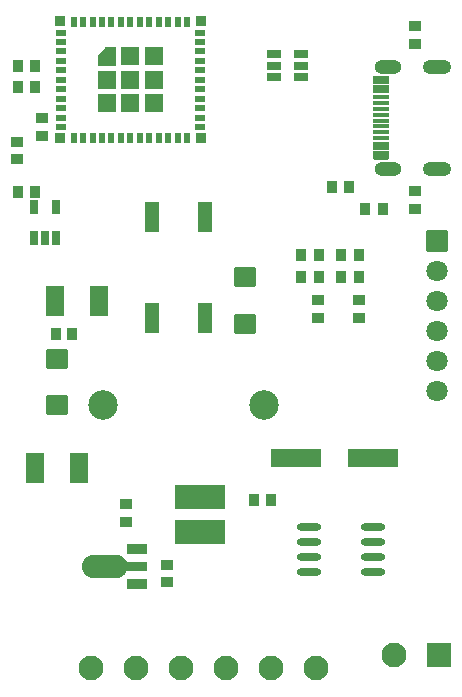
<source format=gts>
G04 Layer: TopSolderMaskLayer*
G04 EasyEDA v6.5.50, 2025-07-26 22:56:47*
G04 19dcf52f1c7e4662a813e58eb1d4b948,5db155e37078497989a25cdeaf243bf5,10*
G04 Gerber Generator version 0.2*
G04 Scale: 100 percent, Rotated: No, Reflected: No *
G04 Dimensions in millimeters *
G04 leading zeros omitted , absolute positions ,4 integer and 5 decimal *
%FSLAX45Y45*%
%MOMM*%

%AMMACRO1*4,1,8,-0.8711,-0.9008,-0.9008,-0.871,-0.9008,0.8711,-0.8711,0.9008,0.871,0.9008,0.9008,0.8711,0.9008,-0.871,0.871,-0.9008,-0.8711,-0.9008,0*%
%AMMACRO2*4,1,8,-0.4243,-0.4828,-0.454,-0.453,-0.454,0.4531,-0.4243,0.4828,0.4243,0.4828,0.454,0.4531,0.454,-0.453,0.4243,-0.4828,-0.4243,-0.4828,0*%
%AMMACRO3*4,1,8,-2.1211,-0.7508,-2.1508,-0.721,-2.1508,0.7211,-2.1211,0.7508,2.121,0.7508,2.1508,0.7211,2.1508,-0.721,2.121,-0.7508,-2.1211,-0.7508,0*%
%AMMACRO4*4,1,8,-0.4211,-0.5008,-0.4508,-0.471,-0.4508,0.4711,-0.4211,0.5008,0.421,0.5008,0.4508,0.4711,0.4508,-0.471,0.421,-0.5008,-0.4211,-0.5008,0*%
%AMMACRO5*4,1,8,-0.8611,-0.8108,-0.8908,-0.781,-0.8908,0.7811,-0.8611,0.8108,0.861,0.8108,0.8908,0.7811,0.8908,-0.781,0.861,-0.8108,-0.8611,-0.8108,0*%
%AMMACRO6*4,1,8,-0.557,-0.3168,-0.5868,-0.287,-0.5868,0.287,-0.557,0.3168,0.557,0.3168,0.5868,0.287,0.5868,-0.287,0.557,-0.3168,-0.557,-0.3168,0*%
%AMMACRO7*4,1,8,-2.1211,-1.0258,-2.1508,-0.996,-2.1508,0.9961,-2.1211,1.0258,2.121,1.0258,2.1508,0.9961,2.1508,-0.996,2.121,-1.0258,-2.1211,-1.0258,0*%
%AMMACRO8*4,1,8,-0.8086,-0.3868,-0.8383,-0.357,-0.8383,0.357,-0.8086,0.3868,0.8085,0.3868,0.8383,0.357,0.8383,-0.357,0.8085,-0.3868,-0.8086,-0.3868,0*%
%AMMACRO9*4,1,8,-0.4531,-0.454,-0.4828,-0.4243,-0.4828,0.4243,-0.4531,0.454,0.453,0.454,0.4828,0.4243,0.4828,-0.4243,0.453,-0.454,-0.4531,-0.454,0*%
%AMMACRO10*4,1,8,-0.4207,-0.25,-0.45,-0.2207,-0.45,0.2207,-0.4207,0.25,0.4207,0.25,0.45,0.2207,0.45,-0.2207,0.4207,-0.25,-0.4207,-0.25,0*%
%AMMACRO11*4,1,8,-0.2207,-0.45,-0.25,-0.4207,-0.25,0.4207,-0.2207,0.45,0.2207,0.45,0.25,0.4207,0.25,-0.4207,0.2207,-0.45,-0.2207,-0.45,0*%
%AMMACRO12*4,1,8,-0.3707,-0.4,-0.4,-0.3707,-0.4,0.3707,-0.3707,0.4,0.3707,0.4,0.4,0.3707,0.4,-0.3707,0.3707,-0.4,-0.3707,-0.4,0*%
%AMMACRO13*4,1,8,-0.7457,-0.775,-0.775,-0.7457,-0.775,0.7457,-0.7457,0.775,0.7457,0.775,0.775,0.7457,0.775,-0.7457,0.7457,-0.775,-0.7457,-0.775,0*%
%AMMACRO14*4,1,8,-0.3322,-0.6033,-0.3619,-0.5735,-0.3619,0.5735,-0.3322,0.6033,0.3322,0.6033,0.3619,0.5735,0.3619,-0.5735,0.3322,-0.6033,-0.3322,-0.6033,0*%
%AMMACRO15*4,1,8,-0.3322,-0.6033,-0.362,-0.5735,-0.362,0.5735,-0.3322,0.6033,0.3322,0.6033,0.362,0.5735,0.362,-0.5735,0.3322,-0.6033,-0.3322,-0.6033,0*%
%AMMACRO16*4,1,8,-0.6257,-0.2,-0.655,-0.1707,-0.655,0.1707,-0.6257,0.2,0.6257,0.2,0.655,0.1707,0.655,-0.1707,0.6257,-0.2,-0.6257,-0.2,0*%
%AMMACRO17*4,1,8,-0.7742,-1.2388,-0.8039,-1.209,-0.8039,1.2091,-0.7742,1.2388,0.7742,1.2388,0.8039,1.2091,0.8039,-1.209,0.7742,-1.2388,-0.7742,-1.2388,0*%
%AMMACRO18*4,1,8,-1.0207,-1.05,-1.05,-1.0207,-1.05,1.0207,-1.0207,1.05,1.0207,1.05,1.05,1.0207,1.05,-1.0207,1.0207,-1.05,-1.0207,-1.05,0*%
%AMMACRO19*4,1,8,-0.4711,-0.4508,-0.5008,-0.421,-0.5008,0.4211,-0.4711,0.4508,0.471,0.4508,0.5008,0.4211,0.5008,-0.421,0.471,-0.4508,-0.4711,-0.4508,0*%
%AMMACRO20*4,1,8,-0.5711,-1.3008,-0.6008,-1.271,-0.6008,1.2711,-0.5711,1.3008,0.571,1.3008,0.6008,1.2711,0.6008,-1.271,0.571,-1.3008,-0.5711,-1.3008,0*%
%ADD10MACRO1*%
%ADD11C,1.8016*%
%ADD12MACRO2*%
%ADD13MACRO3*%
%ADD14MACRO4*%
%ADD15MACRO5*%
%ADD16MACRO6*%
%ADD17MACRO7*%
%ADD18MACRO8*%
%ADD19MACRO9*%
%ADD20MACRO10*%
%ADD21MACRO11*%
%ADD22MACRO12*%
%ADD23MACRO13*%
%ADD24O,2.051812X0.6700012*%
%ADD25MACRO14*%
%ADD26MACRO15*%
%ADD27MACRO16*%
%ADD28O,2.3015956X1.2015978000000003*%
%ADD29O,2.4015954X1.2015978000000003*%
%ADD30MACRO17*%
%ADD31C,2.5016*%
%ADD32C,2.1000*%
%ADD33C,2.1000*%
%ADD34MACRO18*%
%ADD35MACRO19*%
%ADD36MACRO20*%
%ADD37C,0.0160*%

%LPD*%
D10*
G01*
X3669992Y4064993D03*
D11*
G01*
X3669995Y3810990D03*
G01*
X3669995Y3556990D03*
G01*
X3669995Y3302990D03*
G01*
X3669995Y3048990D03*
G01*
X3669995Y2794990D03*
D12*
G01*
X2774669Y4519990D03*
G01*
X2925319Y4519990D03*
D13*
G01*
X2473285Y2229995D03*
G01*
X3126703Y2229995D03*
D14*
G01*
X2119995Y1869996D03*
G01*
X2259995Y1869996D03*
G01*
X579998Y3279993D03*
G01*
X439999Y3279993D03*
G01*
X119999Y4479991D03*
G01*
X259999Y4479991D03*
G01*
X119999Y5369989D03*
G01*
X259999Y5369989D03*
G01*
X119997Y5549990D03*
G01*
X259976Y5549990D03*
D15*
G01*
X449999Y2673494D03*
G01*
X449999Y3066493D03*
D16*
G01*
X2514904Y5454992D03*
G01*
X2514904Y5549988D03*
G01*
X2514904Y5644984D03*
G01*
X2285085Y5644984D03*
G01*
X2285085Y5549988D03*
G01*
X2285085Y5454992D03*
D17*
G01*
X1659996Y1602496D03*
G01*
X1659996Y1897496D03*
D18*
G01*
X1125628Y1160010D03*
G01*
X1125628Y1460009D03*
G36*
X761677Y1209977D02*
G01*
X761558Y1209979D01*
X757105Y1210086D01*
X756874Y1210096D01*
X752431Y1210409D01*
X752198Y1210429D01*
X747773Y1210950D01*
X747542Y1210983D01*
X743148Y1211709D01*
X742914Y1211755D01*
X738558Y1212689D01*
X738332Y1212743D01*
X734026Y1213878D01*
X733800Y1213944D01*
X729551Y1215280D01*
X729330Y1215356D01*
X725149Y1216891D01*
X724928Y1216977D01*
X720824Y1218707D01*
X720613Y1218801D01*
X716592Y1220718D01*
X716381Y1220825D01*
X712457Y1222931D01*
X712254Y1223048D01*
X708431Y1225336D01*
X708233Y1225461D01*
X704522Y1227924D01*
X704331Y1228056D01*
X700740Y1230690D01*
X700552Y1230835D01*
X697090Y1233634D01*
X696909Y1233787D01*
X693580Y1236748D01*
X693409Y1236908D01*
X690224Y1240020D01*
X690062Y1240185D01*
X687024Y1243444D01*
X686866Y1243619D01*
X683986Y1247015D01*
X683839Y1247198D01*
X681121Y1250726D01*
X680984Y1250916D01*
X678434Y1254569D01*
X678301Y1254765D01*
X675927Y1258531D01*
X675807Y1258732D01*
X673610Y1262608D01*
X673501Y1262814D01*
X671487Y1266786D01*
X671385Y1267000D01*
X669561Y1271064D01*
X669470Y1271277D01*
X667837Y1275420D01*
X667755Y1275643D01*
X666320Y1279860D01*
X666249Y1280081D01*
X665012Y1284361D01*
X664954Y1284589D01*
X663920Y1288922D01*
X663872Y1289151D01*
X663041Y1293525D01*
X663000Y1293756D01*
X662376Y1298168D01*
X662350Y1298402D01*
X661934Y1302837D01*
X661916Y1303070D01*
X661708Y1307518D01*
X661703Y1307752D01*
X661703Y1312207D01*
X661708Y1312440D01*
X661916Y1316888D01*
X661934Y1317122D01*
X662350Y1321556D01*
X662376Y1321790D01*
X663000Y1326202D01*
X663041Y1326433D01*
X663872Y1330807D01*
X663920Y1331036D01*
X664954Y1335369D01*
X665012Y1335598D01*
X666249Y1339877D01*
X666320Y1340098D01*
X667755Y1344315D01*
X667837Y1344538D01*
X669470Y1348681D01*
X669561Y1348894D01*
X671385Y1352958D01*
X671487Y1353172D01*
X673501Y1357144D01*
X673610Y1357350D01*
X675807Y1361226D01*
X675927Y1361427D01*
X678301Y1365194D01*
X678434Y1365389D01*
X680984Y1369042D01*
X681121Y1369232D01*
X683839Y1372760D01*
X683986Y1372943D01*
X686866Y1376339D01*
X687024Y1376514D01*
X690062Y1379773D01*
X690224Y1379938D01*
X693409Y1383050D01*
X693580Y1383210D01*
X696909Y1386171D01*
X697090Y1386324D01*
X700552Y1389123D01*
X700740Y1389268D01*
X704331Y1391902D01*
X704522Y1392034D01*
X708233Y1394498D01*
X708431Y1394622D01*
X712254Y1396911D01*
X712457Y1397027D01*
X716381Y1399133D01*
X716592Y1399240D01*
X720613Y1401157D01*
X720824Y1401251D01*
X724928Y1402981D01*
X725149Y1403068D01*
X729330Y1404602D01*
X729551Y1404678D01*
X733800Y1406014D01*
X734026Y1406080D01*
X738332Y1407215D01*
X738558Y1407269D01*
X742914Y1408203D01*
X743148Y1408249D01*
X747542Y1408976D01*
X747773Y1409009D01*
X752198Y1409529D01*
X752431Y1409550D01*
X756874Y1409862D01*
X757105Y1409872D01*
X761558Y1409979D01*
X761677Y1409981D01*
X947097Y1409981D01*
X947216Y1409979D01*
X951669Y1409872D01*
X951900Y1409862D01*
X956343Y1409550D01*
X956576Y1409529D01*
X961001Y1409009D01*
X961232Y1408976D01*
X965626Y1408249D01*
X965860Y1408203D01*
X970216Y1407269D01*
X970442Y1407215D01*
X974747Y1406080D01*
X974973Y1406014D01*
X979223Y1404678D01*
X979444Y1404602D01*
X983625Y1403068D01*
X983846Y1402981D01*
X987950Y1401251D01*
X988161Y1401157D01*
X992182Y1399240D01*
X992393Y1399133D01*
X996317Y1397027D01*
X996520Y1396911D01*
X1000343Y1394622D01*
X1000541Y1394498D01*
X1004252Y1392034D01*
X1004443Y1391902D01*
X1008034Y1389268D01*
X1008222Y1389123D01*
X1011684Y1386324D01*
X1011864Y1386171D01*
X1015194Y1383210D01*
X1015364Y1383050D01*
X1018550Y1379938D01*
X1018712Y1379773D01*
X1021750Y1376514D01*
X1021908Y1376339D01*
X1024788Y1372943D01*
X1024935Y1372760D01*
X1027653Y1369232D01*
X1027790Y1369042D01*
X1030340Y1365389D01*
X1030472Y1365194D01*
X1032847Y1361427D01*
X1032967Y1361226D01*
X1035164Y1357350D01*
X1035273Y1357144D01*
X1037287Y1353172D01*
X1037391Y1352953D01*
X1037485Y1352730D01*
X1037569Y1352501D01*
X1037640Y1352268D01*
X1037701Y1352031D01*
X1038633Y1347983D01*
X1204384Y1347983D01*
X1204874Y1347960D01*
X1205359Y1347886D01*
X1205837Y1347767D01*
X1206299Y1347602D01*
X1206741Y1347393D01*
X1207162Y1347139D01*
X1207556Y1346847D01*
X1207919Y1346517D01*
X1208250Y1346154D01*
X1208542Y1345760D01*
X1208796Y1345338D01*
X1209004Y1344896D01*
X1209169Y1344434D01*
X1209288Y1343957D01*
X1209362Y1343472D01*
X1209385Y1342981D01*
X1209385Y1276982D01*
X1209362Y1276492D01*
X1209288Y1276007D01*
X1209169Y1275529D01*
X1209004Y1275067D01*
X1208796Y1274625D01*
X1208542Y1274203D01*
X1208250Y1273810D01*
X1207919Y1273446D01*
X1207556Y1273116D01*
X1207162Y1272824D01*
X1206741Y1272570D01*
X1206299Y1272362D01*
X1205837Y1272197D01*
X1205359Y1272077D01*
X1204874Y1272004D01*
X1204384Y1271981D01*
X1038633Y1271981D01*
X1037701Y1267927D01*
X1037640Y1267691D01*
X1037569Y1267460D01*
X1037485Y1267228D01*
X1037391Y1267005D01*
X1037287Y1266786D01*
X1035273Y1262814D01*
X1035164Y1262608D01*
X1032967Y1258732D01*
X1032847Y1258531D01*
X1030472Y1254765D01*
X1030340Y1254569D01*
X1027790Y1250916D01*
X1027653Y1250726D01*
X1024935Y1247198D01*
X1024788Y1247015D01*
X1021908Y1243619D01*
X1021750Y1243444D01*
X1018712Y1240185D01*
X1018550Y1240020D01*
X1015364Y1236908D01*
X1015194Y1236748D01*
X1011864Y1233787D01*
X1011684Y1233634D01*
X1008222Y1230835D01*
X1008034Y1230690D01*
X1004443Y1228056D01*
X1004252Y1227924D01*
X1000541Y1225461D01*
X1000343Y1225336D01*
X996520Y1223048D01*
X996317Y1222931D01*
X992393Y1220825D01*
X992182Y1220718D01*
X988161Y1218801D01*
X987950Y1218707D01*
X983846Y1216977D01*
X983625Y1216891D01*
X979444Y1215356D01*
X979223Y1215280D01*
X974973Y1213944D01*
X974747Y1213878D01*
X970442Y1212743D01*
X970216Y1212689D01*
X965860Y1211755D01*
X965626Y1211709D01*
X961232Y1210983D01*
X961001Y1210950D01*
X956576Y1210429D01*
X956343Y1210409D01*
X951900Y1210096D01*
X951669Y1210086D01*
X947216Y1209979D01*
X947097Y1209977D01*
G37*
D12*
G01*
X3205318Y4339991D03*
G01*
X3054668Y4339991D03*
D19*
G01*
X1029997Y1684671D03*
G01*
X1029997Y1835321D03*
G01*
X1379997Y1325322D03*
G01*
X1379997Y1174672D03*
G01*
X3479993Y4485316D03*
G01*
X3479993Y4334666D03*
G01*
X3479993Y5885313D03*
G01*
X3479993Y5734663D03*
D20*
G01*
X479999Y5829988D03*
G01*
X479999Y5749988D03*
G01*
X479999Y5669988D03*
G01*
X479999Y5589988D03*
G01*
X479999Y5509988D03*
G01*
X479999Y5429989D03*
G01*
X479999Y5349989D03*
G01*
X479999Y5269989D03*
G01*
X479999Y5189989D03*
G01*
X479999Y5109989D03*
G01*
X479999Y5029989D03*
D21*
G01*
X589998Y4939990D03*
G01*
X669998Y4939990D03*
G01*
X749998Y4939990D03*
G01*
X829998Y4939990D03*
G01*
X909998Y4939990D03*
G01*
X989998Y4939990D03*
G01*
X1069997Y4939990D03*
G01*
X1149997Y4939990D03*
G01*
X1229997Y4939990D03*
G01*
X1309997Y4939990D03*
G01*
X1389997Y4939990D03*
G01*
X1469997Y4939990D03*
G01*
X1549996Y4939990D03*
D20*
G01*
X1659996Y5029989D03*
G01*
X1659996Y5109989D03*
G01*
X1659996Y5189989D03*
G01*
X1659996Y5269989D03*
G01*
X1659996Y5349989D03*
G01*
X1659996Y5429989D03*
G01*
X1659996Y5509988D03*
G01*
X1659996Y5589988D03*
G01*
X1659996Y5669988D03*
G01*
X1659996Y5749988D03*
G01*
X1659996Y5829988D03*
D21*
G01*
X1549996Y5919988D03*
G01*
X1469997Y5919988D03*
G01*
X1389997Y5919988D03*
G01*
X1309997Y5919988D03*
G01*
X1229997Y5919988D03*
G01*
X1149997Y5919988D03*
G01*
X1069997Y5919988D03*
G01*
X989998Y5919988D03*
G01*
X909998Y5919988D03*
G01*
X829998Y5919988D03*
G01*
X749998Y5919988D03*
G01*
X669998Y5919988D03*
G01*
X589998Y5919988D03*
D22*
G01*
X1664997Y5924989D03*
G01*
X1664997Y4934988D03*
G01*
X474997Y4934988D03*
G01*
X474997Y5924989D03*
G36*
X799985Y5549983D02*
G01*
X799495Y5550006D01*
X799010Y5550080D01*
X798532Y5550199D01*
X798070Y5550364D01*
X797628Y5550573D01*
X797206Y5550827D01*
X796813Y5551119D01*
X796450Y5551449D01*
X796119Y5551812D01*
X795827Y5552206D01*
X795573Y5552627D01*
X795365Y5553069D01*
X795200Y5553532D01*
X795080Y5554009D01*
X795007Y5554494D01*
X794984Y5554985D01*
X794984Y5639983D01*
X795014Y5640542D01*
X795108Y5641096D01*
X795263Y5641634D01*
X795479Y5642152D01*
X795751Y5642645D01*
X796076Y5643102D01*
X796450Y5643519D01*
X856449Y5703519D01*
X856866Y5703892D01*
X857323Y5704217D01*
X857816Y5704489D01*
X858334Y5704705D01*
X858873Y5704860D01*
X859426Y5704954D01*
X859985Y5704984D01*
X944984Y5704984D01*
X945474Y5704961D01*
X945959Y5704888D01*
X946437Y5704768D01*
X946899Y5704603D01*
X947341Y5704395D01*
X947762Y5704141D01*
X948156Y5703849D01*
X948519Y5703519D01*
X948850Y5703155D01*
X949142Y5702762D01*
X949396Y5702340D01*
X949604Y5701898D01*
X949769Y5701436D01*
X949888Y5700958D01*
X949962Y5700473D01*
X949985Y5699983D01*
X949985Y5554985D01*
X949962Y5554494D01*
X949888Y5554009D01*
X949769Y5553532D01*
X949604Y5553069D01*
X949396Y5552627D01*
X949142Y5552206D01*
X948850Y5551812D01*
X948519Y5551449D01*
X948156Y5551119D01*
X947762Y5550827D01*
X947341Y5550573D01*
X946899Y5550364D01*
X946437Y5550199D01*
X945959Y5550080D01*
X945474Y5550006D01*
X944984Y5549983D01*
G37*
D23*
G01*
X1267485Y5232483D03*
G01*
X1069985Y5232483D03*
G01*
X872484Y5232483D03*
G01*
X872484Y5429984D03*
G01*
X1069985Y5627484D03*
G01*
X1267485Y5627484D03*
G01*
X1267485Y5429984D03*
G01*
X1069985Y5429984D03*
D24*
G01*
X2579497Y1640484D03*
G01*
X2579497Y1513484D03*
G01*
X2579497Y1386484D03*
G01*
X2579497Y1259484D03*
G01*
X3120516Y1640484D03*
G01*
X3120516Y1513484D03*
G01*
X3120516Y1386484D03*
G01*
X3120516Y1259484D03*
D25*
G01*
X444972Y4349993D03*
G01*
X255023Y4349993D03*
G01*
X255021Y4089989D03*
D26*
G01*
X349935Y4089989D03*
D25*
G01*
X444967Y4089991D03*
D27*
G01*
X3192362Y5284970D03*
G01*
X3192362Y5234932D03*
G01*
X3192362Y5184970D03*
G01*
X3192362Y5134957D03*
G01*
X3192362Y5084970D03*
G01*
X3192362Y5034958D03*
G01*
X3192362Y4984970D03*
G01*
X3192362Y4934958D03*
G36*
X3131860Y4754963D02*
G01*
X3131370Y4754989D01*
X3130885Y4755060D01*
X3130410Y4755179D01*
X3129948Y4755344D01*
X3129503Y4755555D01*
X3129081Y4755807D01*
X3128688Y4756099D01*
X3128324Y4756429D01*
X3127994Y4756792D01*
X3127702Y4757186D01*
X3127451Y4757607D01*
X3127240Y4758052D01*
X3127075Y4758514D01*
X3126955Y4758989D01*
X3126884Y4759474D01*
X3126859Y4759965D01*
X3126861Y4759965D01*
X3126861Y4819962D01*
X3126859Y4819962D01*
X3126884Y4820452D01*
X3126955Y4820937D01*
X3127075Y4821412D01*
X3127240Y4821875D01*
X3127451Y4822319D01*
X3127702Y4822741D01*
X3127994Y4823134D01*
X3128324Y4823498D01*
X3128688Y4823828D01*
X3129081Y4824120D01*
X3129503Y4824371D01*
X3129948Y4824582D01*
X3130410Y4824747D01*
X3130885Y4824867D01*
X3131370Y4824938D01*
X3131860Y4824963D01*
X3131860Y4824961D01*
X3252861Y4824961D01*
X3252861Y4824963D01*
X3253351Y4824938D01*
X3253836Y4824867D01*
X3254311Y4824747D01*
X3254773Y4824582D01*
X3255218Y4824371D01*
X3255639Y4824120D01*
X3256033Y4823828D01*
X3256396Y4823498D01*
X3256727Y4823134D01*
X3257019Y4822741D01*
X3257270Y4822319D01*
X3257481Y4821875D01*
X3257646Y4821412D01*
X3257765Y4820937D01*
X3257837Y4820452D01*
X3257862Y4819962D01*
X3257862Y4759965D01*
X3257837Y4759474D01*
X3257765Y4758989D01*
X3257646Y4758514D01*
X3257481Y4758052D01*
X3257270Y4757607D01*
X3257019Y4757186D01*
X3256727Y4756792D01*
X3256396Y4756429D01*
X3256033Y4756099D01*
X3255639Y4755807D01*
X3255218Y4755555D01*
X3254773Y4755344D01*
X3254311Y4755179D01*
X3253836Y4755060D01*
X3253351Y4754989D01*
X3252861Y4754963D01*
G37*
G36*
X3131860Y4834973D02*
G01*
X3131370Y4834999D01*
X3130885Y4835070D01*
X3130410Y4835189D01*
X3129948Y4835354D01*
X3129503Y4835565D01*
X3129081Y4835817D01*
X3128688Y4836109D01*
X3128324Y4836439D01*
X3127994Y4836802D01*
X3127702Y4837196D01*
X3127451Y4837617D01*
X3127240Y4838062D01*
X3127075Y4838524D01*
X3126955Y4838999D01*
X3126884Y4839484D01*
X3126859Y4839975D01*
X3126861Y4839975D01*
X3126861Y4899972D01*
X3126859Y4899972D01*
X3126884Y4900462D01*
X3126955Y4900947D01*
X3127075Y4901422D01*
X3127240Y4901885D01*
X3127451Y4902329D01*
X3127702Y4902751D01*
X3127994Y4903144D01*
X3128324Y4903508D01*
X3128688Y4903838D01*
X3129081Y4904130D01*
X3129503Y4904381D01*
X3129948Y4904592D01*
X3130410Y4904757D01*
X3130885Y4904877D01*
X3131370Y4904948D01*
X3131860Y4904973D01*
X3131860Y4904971D01*
X3252861Y4904971D01*
X3252861Y4904973D01*
X3253351Y4904948D01*
X3253836Y4904877D01*
X3254311Y4904757D01*
X3254773Y4904592D01*
X3255218Y4904381D01*
X3255639Y4904130D01*
X3256033Y4903838D01*
X3256396Y4903508D01*
X3256727Y4903144D01*
X3257019Y4902751D01*
X3257270Y4902329D01*
X3257481Y4901885D01*
X3257646Y4901422D01*
X3257765Y4900947D01*
X3257837Y4900462D01*
X3257862Y4899972D01*
X3257862Y4839975D01*
X3257837Y4839484D01*
X3257765Y4838999D01*
X3257646Y4838524D01*
X3257481Y4838062D01*
X3257270Y4837617D01*
X3257019Y4837196D01*
X3256727Y4836802D01*
X3256396Y4836439D01*
X3256033Y4836109D01*
X3255639Y4835817D01*
X3255218Y4835565D01*
X3254773Y4835354D01*
X3254311Y4835189D01*
X3253836Y4835070D01*
X3253351Y4834999D01*
X3252861Y4834973D01*
G37*
G36*
X3131860Y5314960D02*
G01*
X3131370Y5314985D01*
X3130885Y5315056D01*
X3130410Y5315176D01*
X3129948Y5315341D01*
X3129503Y5315551D01*
X3129081Y5315803D01*
X3128688Y5316095D01*
X3128324Y5316425D01*
X3127994Y5316788D01*
X3127702Y5317182D01*
X3127451Y5317604D01*
X3127240Y5318048D01*
X3127075Y5318511D01*
X3126955Y5318986D01*
X3126884Y5319471D01*
X3126859Y5319961D01*
X3126861Y5319961D01*
X3126861Y5379956D01*
X3126859Y5379956D01*
X3126884Y5380446D01*
X3126955Y5380931D01*
X3127075Y5381406D01*
X3127240Y5381868D01*
X3127451Y5382313D01*
X3127702Y5382734D01*
X3127994Y5383128D01*
X3128324Y5383491D01*
X3128688Y5383822D01*
X3129081Y5384114D01*
X3129503Y5384365D01*
X3129948Y5384576D01*
X3130410Y5384741D01*
X3130885Y5384860D01*
X3131370Y5384932D01*
X3131860Y5384957D01*
X3131860Y5384954D01*
X3252863Y5384954D01*
X3252863Y5384957D01*
X3253353Y5384932D01*
X3253839Y5384860D01*
X3254314Y5384741D01*
X3254776Y5384576D01*
X3255220Y5384365D01*
X3255642Y5384114D01*
X3256036Y5383822D01*
X3256399Y5383491D01*
X3256729Y5383128D01*
X3257021Y5382734D01*
X3257273Y5382313D01*
X3257483Y5381868D01*
X3257649Y5381406D01*
X3257768Y5380931D01*
X3257839Y5380446D01*
X3257864Y5379956D01*
X3257864Y5319961D01*
X3257839Y5319471D01*
X3257768Y5318986D01*
X3257649Y5318511D01*
X3257483Y5318048D01*
X3257273Y5317604D01*
X3257021Y5317182D01*
X3256729Y5316788D01*
X3256399Y5316425D01*
X3256036Y5316095D01*
X3255642Y5315803D01*
X3255220Y5315551D01*
X3254776Y5315341D01*
X3254314Y5315176D01*
X3253839Y5315056D01*
X3253353Y5314985D01*
X3252863Y5314960D01*
G37*
G36*
X3131614Y5394985D02*
G01*
X3131124Y5395010D01*
X3130638Y5395081D01*
X3130163Y5395201D01*
X3129701Y5395366D01*
X3129257Y5395577D01*
X3128835Y5395828D01*
X3128441Y5396120D01*
X3128078Y5396450D01*
X3127748Y5396814D01*
X3127456Y5397207D01*
X3127204Y5397629D01*
X3126993Y5398074D01*
X3126828Y5398536D01*
X3126709Y5399011D01*
X3126638Y5399496D01*
X3126613Y5399986D01*
X3126615Y5399986D01*
X3126615Y5459984D01*
X3126613Y5459984D01*
X3126638Y5460474D01*
X3126709Y5460959D01*
X3126828Y5461434D01*
X3126993Y5461896D01*
X3127204Y5462341D01*
X3127456Y5462762D01*
X3127748Y5463156D01*
X3128078Y5463519D01*
X3128441Y5463849D01*
X3128835Y5464141D01*
X3129257Y5464393D01*
X3129701Y5464604D01*
X3130163Y5464769D01*
X3130638Y5464888D01*
X3131124Y5464959D01*
X3131614Y5464985D01*
X3131614Y5464982D01*
X3252614Y5464982D01*
X3252614Y5464985D01*
X3253104Y5464959D01*
X3253590Y5464888D01*
X3254065Y5464769D01*
X3254527Y5464604D01*
X3254971Y5464393D01*
X3255393Y5464141D01*
X3255787Y5463849D01*
X3256150Y5463519D01*
X3256480Y5463156D01*
X3256772Y5462762D01*
X3257024Y5462341D01*
X3257235Y5461896D01*
X3257400Y5461434D01*
X3257519Y5460959D01*
X3257590Y5460474D01*
X3257616Y5459984D01*
X3257616Y5399986D01*
X3257590Y5399496D01*
X3257519Y5399011D01*
X3257400Y5398536D01*
X3257235Y5398074D01*
X3257024Y5397629D01*
X3256772Y5397207D01*
X3256480Y5396814D01*
X3256150Y5396450D01*
X3255787Y5396120D01*
X3255393Y5395828D01*
X3254971Y5395577D01*
X3254527Y5395366D01*
X3254065Y5395201D01*
X3253590Y5395081D01*
X3253104Y5395010D01*
X3252614Y5394985D01*
G37*
D28*
G01*
X3252850Y4677994D03*
G01*
X3252850Y5541975D03*
D29*
G01*
X3667861Y5542000D03*
G01*
X3667861Y4677994D03*
D30*
G01*
X433936Y3559992D03*
G01*
X806061Y3559992D03*
G01*
X636061Y2139995D03*
G01*
X263936Y2139995D03*
D31*
G01*
X2200020Y2680004D03*
G01*
X840003Y2680004D03*
D32*
G01*
X1499514Y449986D03*
G01*
X2642514Y449986D03*
G01*
X2261514Y449986D03*
G01*
X1880514Y449986D03*
G01*
X1118514Y449986D03*
G01*
X737514Y449986D03*
D33*
G01*
X3299485Y559993D03*
D34*
G01*
X3680493Y559998D03*
D19*
G01*
X2659994Y3565317D03*
G01*
X2659994Y3414668D03*
D12*
G01*
X2665319Y3759992D03*
G01*
X2514669Y3759992D03*
D19*
G01*
X3009993Y3565317D03*
G01*
X3009993Y3414668D03*
D12*
G01*
X3005319Y3759992D03*
G01*
X2854669Y3759992D03*
G01*
X2514669Y3949992D03*
G01*
X2665319Y3949992D03*
G01*
X3005319Y3949992D03*
G01*
X2854669Y3949992D03*
D35*
G01*
X109999Y4759990D03*
G01*
X109999Y4899990D03*
D15*
G01*
X2039995Y3756492D03*
G01*
X2039995Y3363493D03*
D19*
G01*
X319999Y5105314D03*
G01*
X319999Y4954664D03*
D36*
G01*
X1704990Y4264991D03*
G01*
X1704990Y3414993D03*
G01*
X1255003Y4264991D03*
G01*
X1255003Y3414993D03*
M02*

</source>
